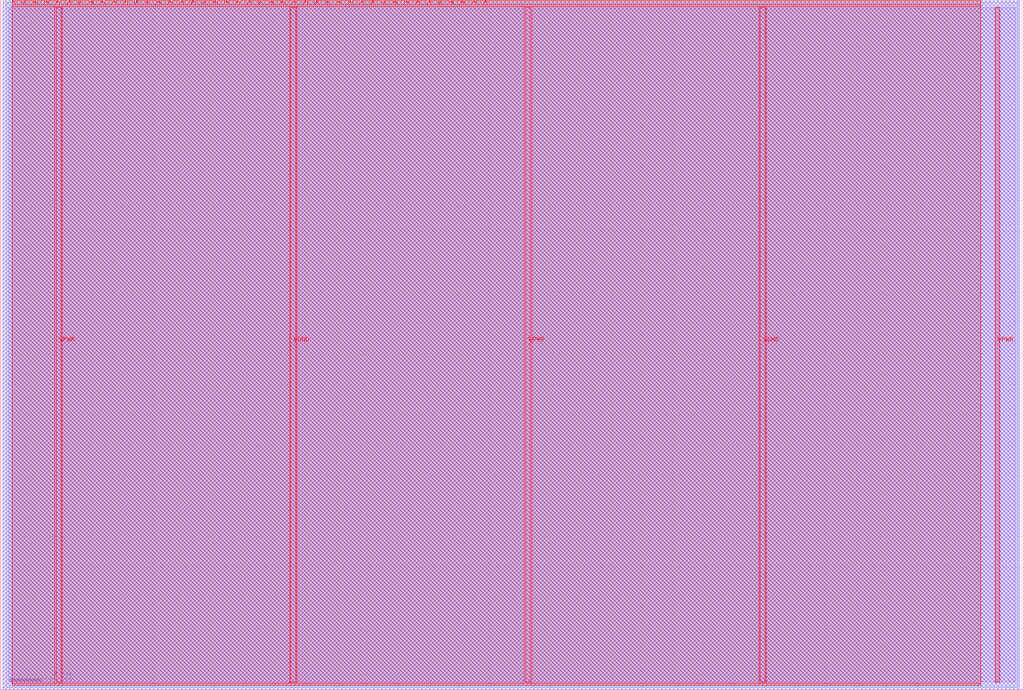
<source format=lef>
VERSION 5.7 ;
  NOWIREEXTENSIONATPIN ON ;
  DIVIDERCHAR "/" ;
  BUSBITCHARS "[]" ;
MACRO tt_um_meiniKi_tt06_fazyrv_exotiny
  CLASS BLOCK ;
  FOREIGN tt_um_meiniKi_tt06_fazyrv_exotiny ;
  ORIGIN 0.000 0.000 ;
  SIZE 334.880 BY 225.760 ;
  PIN VGND
    DIRECTION INOUT ;
    USE GROUND ;
    PORT
      LAYER met4 ;
        RECT 95.080 2.480 96.680 223.280 ;
    END
    PORT
      LAYER met4 ;
        RECT 248.680 2.480 250.280 223.280 ;
    END
  END VGND
  PIN VPWR
    DIRECTION INOUT ;
    USE POWER ;
    PORT
      LAYER met4 ;
        RECT 18.280 2.480 19.880 223.280 ;
    END
    PORT
      LAYER met4 ;
        RECT 171.880 2.480 173.480 223.280 ;
    END
    PORT
      LAYER met4 ;
        RECT 325.480 2.480 327.080 223.280 ;
    END
  END VPWR
  PIN clk
    DIRECTION INPUT ;
    USE SIGNAL ;
    ANTENNAGATEAREA 0.852000 ;
    PORT
      LAYER met4 ;
        RECT 154.870 224.760 155.170 225.760 ;
    END
  END clk
  PIN ena
    DIRECTION INPUT ;
    USE SIGNAL ;
    ANTENNAGATEAREA 0.213000 ;
    PORT
      LAYER met4 ;
        RECT 158.550 224.760 158.850 225.760 ;
    END
  END ena
  PIN rst_n
    DIRECTION INPUT ;
    USE SIGNAL ;
    ANTENNAGATEAREA 0.213000 ;
    PORT
      LAYER met4 ;
        RECT 151.190 224.760 151.490 225.760 ;
    END
  END rst_n
  PIN ui_in[0]
    DIRECTION INPUT ;
    USE SIGNAL ;
    ANTENNAGATEAREA 0.196500 ;
    PORT
      LAYER met4 ;
        RECT 147.510 224.760 147.810 225.760 ;
    END
  END ui_in[0]
  PIN ui_in[1]
    DIRECTION INPUT ;
    USE SIGNAL ;
    ANTENNAGATEAREA 0.196500 ;
    PORT
      LAYER met4 ;
        RECT 143.830 224.760 144.130 225.760 ;
    END
  END ui_in[1]
  PIN ui_in[2]
    DIRECTION INPUT ;
    USE SIGNAL ;
    ANTENNAGATEAREA 0.196500 ;
    PORT
      LAYER met4 ;
        RECT 140.150 224.760 140.450 225.760 ;
    END
  END ui_in[2]
  PIN ui_in[3]
    DIRECTION INPUT ;
    USE SIGNAL ;
    ANTENNAGATEAREA 0.196500 ;
    PORT
      LAYER met4 ;
        RECT 136.470 224.760 136.770 225.760 ;
    END
  END ui_in[3]
  PIN ui_in[4]
    DIRECTION INPUT ;
    USE SIGNAL ;
    ANTENNAGATEAREA 0.196500 ;
    PORT
      LAYER met4 ;
        RECT 132.790 224.760 133.090 225.760 ;
    END
  END ui_in[4]
  PIN ui_in[5]
    DIRECTION INPUT ;
    USE SIGNAL ;
    ANTENNAGATEAREA 0.196500 ;
    PORT
      LAYER met4 ;
        RECT 129.110 224.760 129.410 225.760 ;
    END
  END ui_in[5]
  PIN ui_in[6]
    DIRECTION INPUT ;
    USE SIGNAL ;
    ANTENNAGATEAREA 0.196500 ;
    PORT
      LAYER met4 ;
        RECT 125.430 224.760 125.730 225.760 ;
    END
  END ui_in[6]
  PIN ui_in[7]
    DIRECTION INPUT ;
    USE SIGNAL ;
    ANTENNAGATEAREA 0.196500 ;
    PORT
      LAYER met4 ;
        RECT 121.750 224.760 122.050 225.760 ;
    END
  END ui_in[7]
  PIN uio_in[0]
    DIRECTION INPUT ;
    USE SIGNAL ;
    PORT
      LAYER met4 ;
        RECT 118.070 224.760 118.370 225.760 ;
    END
  END uio_in[0]
  PIN uio_in[1]
    DIRECTION INPUT ;
    USE SIGNAL ;
    ANTENNAGATEAREA 0.196500 ;
    PORT
      LAYER met4 ;
        RECT 114.390 224.760 114.690 225.760 ;
    END
  END uio_in[1]
  PIN uio_in[2]
    DIRECTION INPUT ;
    USE SIGNAL ;
    ANTENNAGATEAREA 0.196500 ;
    PORT
      LAYER met4 ;
        RECT 110.710 224.760 111.010 225.760 ;
    END
  END uio_in[2]
  PIN uio_in[3]
    DIRECTION INPUT ;
    USE SIGNAL ;
    PORT
      LAYER met4 ;
        RECT 107.030 224.760 107.330 225.760 ;
    END
  END uio_in[3]
  PIN uio_in[4]
    DIRECTION INPUT ;
    USE SIGNAL ;
    ANTENNAGATEAREA 0.196500 ;
    PORT
      LAYER met4 ;
        RECT 103.350 224.760 103.650 225.760 ;
    END
  END uio_in[4]
  PIN uio_in[5]
    DIRECTION INPUT ;
    USE SIGNAL ;
    ANTENNAGATEAREA 0.196500 ;
    PORT
      LAYER met4 ;
        RECT 99.670 224.760 99.970 225.760 ;
    END
  END uio_in[5]
  PIN uio_in[6]
    DIRECTION INPUT ;
    USE SIGNAL ;
    PORT
      LAYER met4 ;
        RECT 95.990 224.760 96.290 225.760 ;
    END
  END uio_in[6]
  PIN uio_in[7]
    DIRECTION INPUT ;
    USE SIGNAL ;
    PORT
      LAYER met4 ;
        RECT 92.310 224.760 92.610 225.760 ;
    END
  END uio_in[7]
  PIN uio_oe[0]
    DIRECTION OUTPUT TRISTATE ;
    USE SIGNAL ;
    ANTENNADIFFAREA 0.795200 ;
    PORT
      LAYER met4 ;
        RECT 29.750 224.760 30.050 225.760 ;
    END
  END uio_oe[0]
  PIN uio_oe[1]
    DIRECTION OUTPUT TRISTATE ;
    USE SIGNAL ;
    ANTENNADIFFAREA 0.924000 ;
    PORT
      LAYER met4 ;
        RECT 26.070 224.760 26.370 225.760 ;
    END
  END uio_oe[1]
  PIN uio_oe[2]
    DIRECTION OUTPUT TRISTATE ;
    USE SIGNAL ;
    ANTENNADIFFAREA 0.795200 ;
    PORT
      LAYER met4 ;
        RECT 22.390 224.760 22.690 225.760 ;
    END
  END uio_oe[2]
  PIN uio_oe[3]
    DIRECTION OUTPUT TRISTATE ;
    USE SIGNAL ;
    ANTENNADIFFAREA 0.795200 ;
    PORT
      LAYER met4 ;
        RECT 18.710 224.760 19.010 225.760 ;
    END
  END uio_oe[3]
  PIN uio_oe[4]
    DIRECTION OUTPUT TRISTATE ;
    USE SIGNAL ;
    ANTENNADIFFAREA 0.795200 ;
    PORT
      LAYER met4 ;
        RECT 15.030 224.760 15.330 225.760 ;
    END
  END uio_oe[4]
  PIN uio_oe[5]
    DIRECTION OUTPUT TRISTATE ;
    USE SIGNAL ;
    ANTENNAGATEAREA 0.426000 ;
    ANTENNADIFFAREA 0.933750 ;
    PORT
      LAYER met4 ;
        RECT 11.350 224.760 11.650 225.760 ;
    END
  END uio_oe[5]
  PIN uio_oe[6]
    DIRECTION OUTPUT TRISTATE ;
    USE SIGNAL ;
    ANTENNADIFFAREA 0.795200 ;
    PORT
      LAYER met4 ;
        RECT 7.670 224.760 7.970 225.760 ;
    END
  END uio_oe[6]
  PIN uio_oe[7]
    DIRECTION OUTPUT TRISTATE ;
    USE SIGNAL ;
    PORT
      LAYER met4 ;
        RECT 3.990 224.760 4.290 225.760 ;
    END
  END uio_oe[7]
  PIN uio_out[0]
    DIRECTION OUTPUT TRISTATE ;
    USE SIGNAL ;
    ANTENNADIFFAREA 0.795200 ;
    PORT
      LAYER met4 ;
        RECT 59.190 224.760 59.490 225.760 ;
    END
  END uio_out[0]
  PIN uio_out[1]
    DIRECTION OUTPUT TRISTATE ;
    USE SIGNAL ;
    ANTENNADIFFAREA 0.795200 ;
    PORT
      LAYER met4 ;
        RECT 55.510 224.760 55.810 225.760 ;
    END
  END uio_out[1]
  PIN uio_out[2]
    DIRECTION OUTPUT TRISTATE ;
    USE SIGNAL ;
    ANTENNADIFFAREA 0.795200 ;
    PORT
      LAYER met4 ;
        RECT 51.830 224.760 52.130 225.760 ;
    END
  END uio_out[2]
  PIN uio_out[3]
    DIRECTION OUTPUT TRISTATE ;
    USE SIGNAL ;
    ANTENNADIFFAREA 0.445500 ;
    PORT
      LAYER met4 ;
        RECT 48.150 224.760 48.450 225.760 ;
    END
  END uio_out[3]
  PIN uio_out[4]
    DIRECTION OUTPUT TRISTATE ;
    USE SIGNAL ;
    ANTENNADIFFAREA 0.891000 ;
    PORT
      LAYER met4 ;
        RECT 44.470 224.760 44.770 225.760 ;
    END
  END uio_out[4]
  PIN uio_out[5]
    DIRECTION OUTPUT TRISTATE ;
    USE SIGNAL ;
    ANTENNADIFFAREA 0.795200 ;
    PORT
      LAYER met4 ;
        RECT 40.790 224.760 41.090 225.760 ;
    END
  END uio_out[5]
  PIN uio_out[6]
    DIRECTION OUTPUT TRISTATE ;
    USE SIGNAL ;
    ANTENNADIFFAREA 0.795200 ;
    PORT
      LAYER met4 ;
        RECT 37.110 224.760 37.410 225.760 ;
    END
  END uio_out[6]
  PIN uio_out[7]
    DIRECTION OUTPUT TRISTATE ;
    USE SIGNAL ;
    PORT
      LAYER met4 ;
        RECT 33.430 224.760 33.730 225.760 ;
    END
  END uio_out[7]
  PIN uo_out[0]
    DIRECTION OUTPUT TRISTATE ;
    USE SIGNAL ;
    ANTENNAGATEAREA 0.373500 ;
    ANTENNADIFFAREA 0.891000 ;
    PORT
      LAYER met4 ;
        RECT 88.630 224.760 88.930 225.760 ;
    END
  END uo_out[0]
  PIN uo_out[1]
    DIRECTION OUTPUT TRISTATE ;
    USE SIGNAL ;
    ANTENNAGATEAREA 0.373500 ;
    ANTENNADIFFAREA 0.891000 ;
    PORT
      LAYER met4 ;
        RECT 84.950 224.760 85.250 225.760 ;
    END
  END uo_out[1]
  PIN uo_out[2]
    DIRECTION OUTPUT TRISTATE ;
    USE SIGNAL ;
    ANTENNAGATEAREA 0.373500 ;
    ANTENNADIFFAREA 0.891000 ;
    PORT
      LAYER met4 ;
        RECT 81.270 224.760 81.570 225.760 ;
    END
  END uo_out[2]
  PIN uo_out[3]
    DIRECTION OUTPUT TRISTATE ;
    USE SIGNAL ;
    ANTENNAGATEAREA 0.373500 ;
    ANTENNADIFFAREA 0.891000 ;
    PORT
      LAYER met4 ;
        RECT 77.590 224.760 77.890 225.760 ;
    END
  END uo_out[3]
  PIN uo_out[4]
    DIRECTION OUTPUT TRISTATE ;
    USE SIGNAL ;
    ANTENNAGATEAREA 0.373500 ;
    ANTENNADIFFAREA 0.891000 ;
    PORT
      LAYER met4 ;
        RECT 73.910 224.760 74.210 225.760 ;
    END
  END uo_out[4]
  PIN uo_out[5]
    DIRECTION OUTPUT TRISTATE ;
    USE SIGNAL ;
    ANTENNAGATEAREA 0.373500 ;
    ANTENNADIFFAREA 0.891000 ;
    PORT
      LAYER met4 ;
        RECT 70.230 224.760 70.530 225.760 ;
    END
  END uo_out[5]
  PIN uo_out[6]
    DIRECTION OUTPUT TRISTATE ;
    USE SIGNAL ;
    ANTENNADIFFAREA 0.795200 ;
    PORT
      LAYER met4 ;
        RECT 66.550 224.760 66.850 225.760 ;
    END
  END uo_out[6]
  PIN uo_out[7]
    DIRECTION OUTPUT TRISTATE ;
    USE SIGNAL ;
    ANTENNADIFFAREA 0.795200 ;
    PORT
      LAYER met4 ;
        RECT 62.870 224.760 63.170 225.760 ;
    END
  END uo_out[7]
  OBS
      LAYER li1 ;
        RECT 2.760 2.635 332.120 223.125 ;
      LAYER met1 ;
        RECT 0.990 0.040 333.430 225.720 ;
      LAYER met2 ;
        RECT 1.020 0.010 333.400 225.750 ;
      LAYER met3 ;
        RECT 1.905 0.855 332.975 224.905 ;
      LAYER met4 ;
        RECT 4.690 224.360 7.270 225.410 ;
        RECT 8.370 224.360 10.950 225.410 ;
        RECT 12.050 224.360 14.630 225.410 ;
        RECT 15.730 224.360 18.310 225.410 ;
        RECT 19.410 224.360 21.990 225.410 ;
        RECT 23.090 224.360 25.670 225.410 ;
        RECT 26.770 224.360 29.350 225.410 ;
        RECT 30.450 224.360 33.030 225.410 ;
        RECT 34.130 224.360 36.710 225.410 ;
        RECT 37.810 224.360 40.390 225.410 ;
        RECT 41.490 224.360 44.070 225.410 ;
        RECT 45.170 224.360 47.750 225.410 ;
        RECT 48.850 224.360 51.430 225.410 ;
        RECT 52.530 224.360 55.110 225.410 ;
        RECT 56.210 224.360 58.790 225.410 ;
        RECT 59.890 224.360 62.470 225.410 ;
        RECT 63.570 224.360 66.150 225.410 ;
        RECT 67.250 224.360 69.830 225.410 ;
        RECT 70.930 224.360 73.510 225.410 ;
        RECT 74.610 224.360 77.190 225.410 ;
        RECT 78.290 224.360 80.870 225.410 ;
        RECT 81.970 224.360 84.550 225.410 ;
        RECT 85.650 224.360 88.230 225.410 ;
        RECT 89.330 224.360 91.910 225.410 ;
        RECT 93.010 224.360 95.590 225.410 ;
        RECT 96.690 224.360 99.270 225.410 ;
        RECT 100.370 224.360 102.950 225.410 ;
        RECT 104.050 224.360 106.630 225.410 ;
        RECT 107.730 224.360 110.310 225.410 ;
        RECT 111.410 224.360 113.990 225.410 ;
        RECT 115.090 224.360 117.670 225.410 ;
        RECT 118.770 224.360 121.350 225.410 ;
        RECT 122.450 224.360 125.030 225.410 ;
        RECT 126.130 224.360 128.710 225.410 ;
        RECT 129.810 224.360 132.390 225.410 ;
        RECT 133.490 224.360 136.070 225.410 ;
        RECT 137.170 224.360 139.750 225.410 ;
        RECT 140.850 224.360 143.430 225.410 ;
        RECT 144.530 224.360 147.110 225.410 ;
        RECT 148.210 224.360 150.790 225.410 ;
        RECT 151.890 224.360 154.470 225.410 ;
        RECT 155.570 224.360 158.150 225.410 ;
        RECT 159.250 224.360 320.785 225.410 ;
        RECT 3.975 223.680 320.785 224.360 ;
        RECT 3.975 2.080 17.880 223.680 ;
        RECT 20.280 2.080 94.680 223.680 ;
        RECT 97.080 2.080 171.480 223.680 ;
        RECT 173.880 2.080 248.280 223.680 ;
        RECT 250.680 2.080 320.785 223.680 ;
        RECT 3.975 1.535 320.785 2.080 ;
  END
END tt_um_meiniKi_tt06_fazyrv_exotiny
END LIBRARY


</source>
